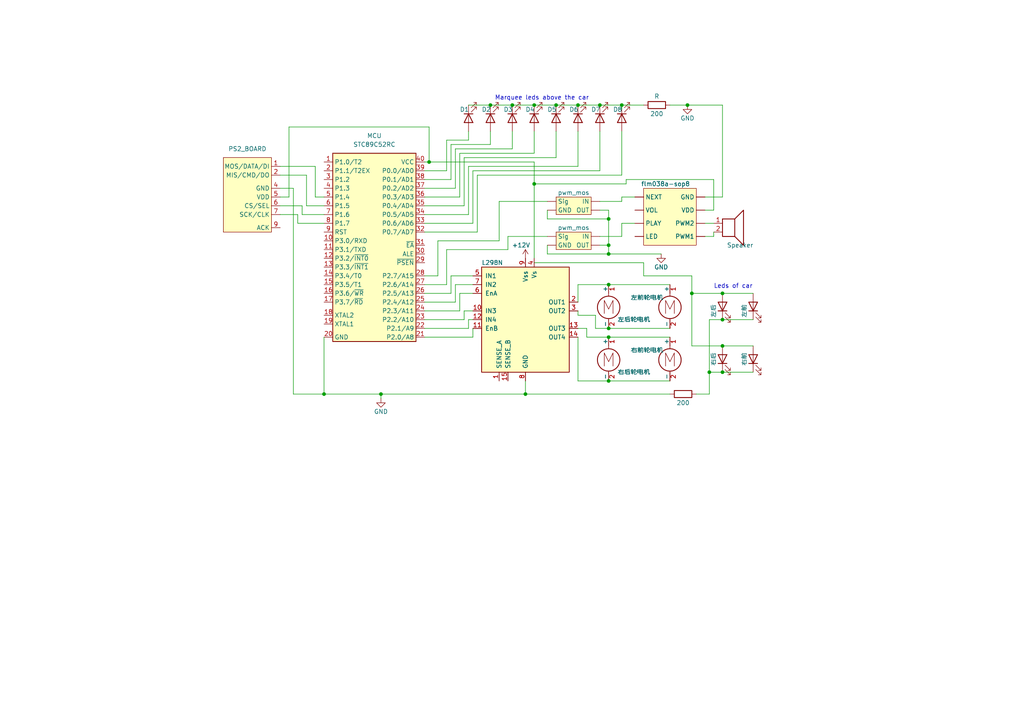
<source format=kicad_sch>
(kicad_sch (version 20211123) (generator eeschema)
  (paper "A4")
  (lib_symbols
    (symbol "Audio:flm038a-sop8"
      (property "Reference" "U" (at 0 0 0))
      (property "Value" "flm038a-sop8" (at -1.27 -1.27 0))
      (symbol "flm038a-sop8_0_1"
        (rectangle (start -7.62 19.05) (end 7.62 2.54) (fill (type background)))
      )
      (symbol "flm038a-sop8_1_1"
        (pin bidirectional line (at 10.16 16.51 180) (length 2.54) (name "GND") (number ""))
        (pin bidirectional line (at -10.16 5.08 0) (length 2.54) (name "LED") (number ""))
        (pin bidirectional line (at -10.16 16.51 0) (length 2.54) (name "NEXT") (number ""))
        (pin bidirectional line (at -10.16 8.89 0) (length 2.54) (name "PLAY") (number ""))
        (pin bidirectional line (at 10.16 5.08 180) (length 2.54) (name "PWM1") (number ""))
        (pin bidirectional line (at 10.16 8.89 180) (length 2.54) (name "PWM2") (number ""))
        (pin bidirectional line (at 10.16 12.7 180) (length 2.54) (name "VDD") (number ""))
        (pin bidirectional line (at -10.16 12.7 0) (length 2.54) (name "VOL") (number ""))
      )
    )
    (symbol "Device:LED" (pin_numbers hide) (pin_names (offset 1.016) hide)
      (property "Reference" "D" (at 0 2.54 0))
      (property "Value" "LED" (at 0 -2.54 0))
      (symbol "LED_0_1"
        (polyline (pts (xy -1.27 -1.27) (xy -1.27 1.27)) (stroke (width 0.254)))
        (polyline (pts (xy -1.27 0) (xy 1.27 0)))
        (polyline (pts (xy 1.27 -1.27) (xy 1.27 1.27) (xy -1.27 0) (xy 1.27 -1.27)) (stroke (width 0.254)))
        (polyline (pts (xy -3.048 -0.762) (xy -4.572 -2.286) (xy -3.81 -2.286) (xy -4.572 -2.286) (xy -4.572 -1.524)))
        (polyline (pts (xy -1.778 -0.762) (xy -3.302 -2.286) (xy -2.54 -2.286) (xy -3.302 -2.286) (xy -3.302 -1.524)))
      )
      (symbol "LED_1_1"
        (pin passive line (at -3.81 0 0) (length 2.54) (name "K") (number "1"))
        (pin passive line (at 3.81 0 180) (length 2.54) (name "A") (number "2"))
      )
    )
    (symbol "Device:PS2_BOARD"
      (property "Reference" "U" (at 0 -1.27 0))
      (property "Value" "PS2_BOARD" (at 1.27 -2.54 0))
      (symbol "PS2_BOARD_0_1"
        (rectangle (start -7.62 21.59) (end 6.35 0) (fill (type background)))
      )
      (symbol "PS2_BOARD_1_1"
        (pin bidirectional line (at 8.89 19.05 180) (length 2.54) (name "MOS/DATA/DI") (number "1"))
        (pin bidirectional line (at 8.89 16.51 180) (length 2.54) (name "MIS/CMD/DO") (number "2"))
        (pin bidirectional line (at 8.89 12.7 180) (length 2.54) (name "GND") (number "4"))
        (pin bidirectional line (at 8.89 10.16 180) (length 2.54) (name "VDD") (number "5"))
        (pin bidirectional line (at 8.89 7.62 180) (length 2.54) (name "CS/SEL") (number "6"))
        (pin bidirectional line (at 8.89 5.08 180) (length 2.54) (name "SCK/CLK") (number "7"))
        (pin bidirectional line (at 8.89 1.27 180) (length 2.54) (name "ACK") (number "9"))
      )
    )
    (symbol "Device:R" (pin_numbers hide) (pin_names (offset 0))
      (property "Reference" "R" (at 2.032 0 90))
      (property "Value" "R" (at 0 0 90))
      (symbol "R_0_1"
        (rectangle (start -1.016 -2.54) (end 1.016 2.54) (stroke (width 0.254)))
      )
      (symbol "R_1_1"
        (pin passive line (at 0 3.81 270) (length 1.27) (name "~") (number "1"))
        (pin passive line (at 0 -3.81 90) (length 1.27) (name "~") (number "2"))
      )
    )
    (symbol "Device:Speaker" (pin_names (offset 0) hide)
      (property "Reference" "LS" (at 1.27 5.715 0))
      (property "Value" "Speaker" (at 1.27 3.81 0))
      (symbol "Speaker_0_0"
        (rectangle (start -2.54 1.27) (end 1.016 -3.81) (stroke (width 0.254)))
        (polyline (pts (xy 1.016 1.27) (xy 3.556 3.81) (xy 3.556 -6.35) (xy 1.016 -3.81)) (stroke (width 0.254)))
      )
      (symbol "Speaker_1_1"
        (pin input line (at -5.08 0 0) (length 2.54) (name "1") (number "1"))
        (pin input line (at -5.08 -2.54 0) (length 2.54) (name "2") (number "2"))
      )
    )
    (symbol "Driver_Motor:L298N" (pin_names (offset 1.016))
      (property "Reference" "U" (at -10.16 16.51 0))
      (property "Value" "L298N" (at 12.7 16.51 0))
      (symbol "L298N_0_1"
        (rectangle (start -12.7 15.24) (end 12.7 -15.24) (stroke (width 0.254)) (fill (type background)))
      )
      (symbol "L298N_1_1"
        (pin power_in line (at -7.62 -17.78 90) (length 2.54) (name "SENSE_A") (number "1"))
        (pin input line (at -15.24 2.54 0) (length 2.54) (name "IN3") (number "10"))
        (pin input line (at -15.24 -2.54 0) (length 2.54) (name "EnB") (number "11"))
        (pin input line (at -15.24 0 0) (length 2.54) (name "IN4") (number "12"))
        (pin output line (at 15.24 -2.54 180) (length 2.54) (name "OUT3") (number "13"))
        (pin output line (at 15.24 -5.08 180) (length 2.54) (name "OUT4") (number "14"))
        (pin power_in line (at -5.08 -17.78 90) (length 2.54) (name "SENSE_B") (number "15"))
        (pin output line (at 15.24 5.08 180) (length 2.54) (name "OUT1") (number "2"))
        (pin output line (at 15.24 2.54 180) (length 2.54) (name "OUT2") (number "3"))
        (pin power_in line (at 2.54 17.78 270) (length 2.54) (name "Vs") (number "4"))
        (pin input line (at -15.24 12.7 0) (length 2.54) (name "IN1") (number "5"))
        (pin input line (at -15.24 7.62 0) (length 2.54) (name "EnA") (number "6"))
        (pin input line (at -15.24 10.16 0) (length 2.54) (name "IN2") (number "7"))
        (pin power_in line (at 0 -17.78 90) (length 2.54) (name "GND") (number "8"))
        (pin power_in line (at 0 17.78 270) (length 2.54) (name "Vss") (number "9"))
      )
    )
    (symbol "MCU_SiliconLabs:C8052RC"
      (property "Reference" "U" (at -10.16 27.94 0))
      (property "Value" "C8052RC" (at 12.7 27.94 0))
      (symbol "C8052RC_0_1"
        (rectangle (start -13.97 25.4) (end 10.16 -29.21) (stroke (width 0.254)) (fill (type background)))
      )
      (symbol "C8052RC_1_1"
        (pin bidirectional line (at -16.51 22.86 0) (length 2.54) (name "P1.0/T2") (number "1"))
        (pin bidirectional line (at -16.51 0 0) (length 2.54) (name "P3.0/RXD") (number "10"))
        (pin bidirectional line (at -16.51 -2.54 0) (length 2.54) (name "P3.1/TXD") (number "11"))
        (pin bidirectional line (at -16.51 -5.08 0) (length 2.54) (name "P3.2/~{INT0}") (number "12"))
        (pin bidirectional line (at -16.51 -7.62 0) (length 2.54) (name "P3.3/~{INT1}") (number "13"))
        (pin bidirectional line (at -16.51 -10.16 0) (length 2.54) (name "P3.4/T0") (number "14"))
        (pin bidirectional line (at -16.51 -12.7 0) (length 2.54) (name "P3.5/T1") (number "15"))
        (pin bidirectional line (at -16.51 -15.24 0) (length 2.54) (name "P3.6/~{WR}") (number "16"))
        (pin bidirectional line (at -16.51 -17.78 0) (length 2.54) (name "P3.7/~{RD}") (number "17"))
        (pin bidirectional line (at -16.51 -21.59 0) (length 2.54) (name "XTAL2") (number "18"))
        (pin bidirectional line (at -16.51 -24.13 0) (length 2.54) (name "XTAL1") (number "19"))
        (pin bidirectional line (at -16.51 20.32 0) (length 2.54) (name "P1.1/T2EX") (number "2"))
        (pin output line (at -16.51 -27.94 0) (length 2.54) (name "GND") (number "20"))
        (pin bidirectional line (at 12.7 -27.94 180) (length 2.54) (name "P2.0/A8") (number "21"))
        (pin bidirectional line (at 12.7 -25.4 180) (length 2.54) (name "P2.1/A9") (number "22"))
        (pin bidirectional line (at 12.7 -22.86 180) (length 2.54) (name "P2.2/A10") (number "23"))
        (pin bidirectional line (at 12.7 -20.32 180) (length 2.54) (name "P2.3/A11") (number "24"))
        (pin bidirectional line (at 12.7 -17.78 180) (length 2.54) (name "P2.4/A12") (number "25"))
        (pin bidirectional line (at 12.7 -15.24 180) (length 2.54) (name "P2.5/A13") (number "26"))
        (pin bidirectional line (at 12.7 -12.7 180) (length 2.54) (name "P2.6/A14") (number "27"))
        (pin bidirectional line (at 12.7 -10.16 180) (length 2.54) (name "P2.7/A15") (number "28"))
        (pin bidirectional line (at 12.7 -6.35 180) (length 2.54) (name "~{PSEN}") (number "29"))
        (pin bidirectional line (at -16.51 17.78 0) (length 2.54) (name "P1.2") (number "3"))
        (pin bidirectional line (at 12.7 -3.81 180) (length 2.54) (name "ALE") (number "30"))
        (pin bidirectional line (at 12.7 -1.27 180) (length 2.54) (name "~{EA}") (number "31"))
        (pin bidirectional line (at 12.7 2.54 180) (length 2.54) (name "P0.7/AD7") (number "32"))
        (pin bidirectional line (at 12.7 5.08 180) (length 2.54) (name "P0.6/AD6") (number "33"))
        (pin bidirectional line (at 12.7 7.62 180) (length 2.54) (name "P0.5/AD5") (number "34"))
        (pin bidirectional line (at 12.7 10.16 180) (length 2.54) (name "P0.4/AD4") (number "35"))
        (pin bidirectional line (at 12.7 12.7 180) (length 2.54) (name "P0.3/AD3") (number "36"))
        (pin bidirectional line (at 12.7 15.24 180) (length 2.54) (name "P0.2/AD2") (number "37"))
        (pin bidirectional line (at 12.7 17.78 180) (length 2.54) (name "P0.1/AD1") (number "38"))
        (pin bidirectional line (at 12.7 20.32 180) (length 2.54) (name "P0.0/AD0") (number "39"))
        (pin bidirectional line (at -16.51 15.24 0) (length 2.54) (name "P1.3") (number "4"))
        (pin bidirectional line (at 12.7 22.86 180) (length 2.54) (name "VCC") (number "40"))
        (pin bidirectional line (at -16.51 12.7 0) (length 2.54) (name "P1.4") (number "5"))
        (pin bidirectional line (at -16.51 10.16 0) (length 2.54) (name "P1.5") (number "6"))
        (pin bidirectional line (at -16.51 7.62 0) (length 2.54) (name "P1.6") (number "7"))
        (pin bidirectional line (at -16.51 5.08 0) (length 2.54) (name "P1.7") (number "8"))
        (pin input line (at -16.51 2.54 0) (length 2.54) (name "RST") (number "9"))
      )
    )
    (symbol "Motor:Motor_DC" (pin_names (offset 0))
      (property "Reference" "M" (at 2.54 2.54 0))
      (property "Value" "Motor_DC" (at 2.54 -5.08 0))
      (symbol "Motor_DC_0_0"
        (polyline (pts (xy -1.27 -3.302) (xy -1.27 0.508) (xy 0 -2.032) (xy 1.27 0.508) (xy 1.27 -3.302)))
      )
      (symbol "Motor_DC_0_1"
        (circle (center 0 -1.524) (radius 3.2512) (stroke (width 0.254)))
        (polyline (pts (xy 0 -7.62) (xy 0 -7.112)))
        (polyline (pts (xy 0 -4.7752) (xy 0 -5.1816)))
        (polyline (pts (xy 0 1.7272) (xy 0 2.0828)))
        (polyline (pts (xy 0 2.032) (xy 0 2.54)))
      )
      (symbol "Motor_DC_1_1"
        (pin passive line (at 0 5.08 270) (length 2.54) (name "+") (number "1"))
        (pin passive line (at 0 -7.62 90) (length 2.54) (name "-") (number "2"))
      )
    )
    (symbol "Power_Management:pwm_mos"
      (property "Reference" "U" (at 0 -3.81 0))
      (property "Value" "pwm_mos" (at 0 -1.27 0))
      (symbol "pwm_mos_0_1"
        (rectangle (start -5.08 5.08) (end 5.08 0) (fill (type background)))
      )
      (symbol "pwm_mos_1_1"
        (pin bidirectional line (at -7.62 1.27 0) (length 2.54) (name "GND") (number ""))
        (pin bidirectional line (at 7.62 3.81 180) (length 2.54) (name "IN") (number ""))
        (pin bidirectional line (at 7.62 1.27 180) (length 2.54) (name "OUT") (number ""))
        (pin bidirectional line (at -7.62 3.81 0) (length 2.54) (name "Sig") (number ""))
      )
    )
    (symbol "power:+12V" (power) (pin_names (offset 0))
      (property "Value" "+12V" (at 0 3.556 0))
      (symbol "+12V_0_1"
        (polyline (pts (xy -0.762 1.27) (xy 0 2.54)))
        (polyline (pts (xy 0 0) (xy 0 2.54)))
        (polyline (pts (xy 0 2.54) (xy 0.762 1.27)))
      )
      (symbol "+12V_1_1"
        (pin power_in line (at 0 0 90) (length 0) hide (name "+12V") (number "1"))
      )
    )
    (symbol "power:GND" (power) (pin_names (offset 0))
      (property "Value" "GND" (at 0 -3.81 0))
      (symbol "GND_0_1"
        (polyline (pts (xy 0 0) (xy 0 -1.27) (xy 1.27 -1.27) (xy 0 -2.54) (xy -1.27 -1.27) (xy 0 -1.27)))
      )
      (symbol "GND_1_1"
        (pin power_in line (at 0 0 270) (length 0) hide (name "GND") (number "1"))
      )
    )
  )
  (junction (at 176.53 63.5))
  (junction (at 142.24 30.48))
  (junction (at 176.53 71.12))
  (junction (at 154.94 30.48))
  (junction (at 180.34 30.48))
  (junction (at 176.53 95.25))
  (junction (at 167.64 30.48))
  (junction (at 176.53 110.49))
  (junction (at 124.46 46.99))
  (junction (at 209.55 92.71))
  (junction (at 110.49 114.3))
  (junction (at 93.98 114.3))
  (junction (at 205.74 107.95))
  (junction (at 176.53 73.66))
  (junction (at 209.55 107.95))
  (junction (at 199.39 30.48))
  (junction (at 209.55 85.09))
  (junction (at 154.94 53.34))
  (junction (at 200.66 85.09))
  (junction (at 176.53 97.79))
  (junction (at 152.4 114.3))
  (junction (at 161.29 30.48))
  (junction (at 209.55 100.33))
  (junction (at 173.99 30.48))
  (junction (at 148.59 30.48))
  (junction (at 176.53 82.55))
  (wire (pts (xy 191.77 73.66) (xy 176.53 73.66)))
  (wire (pts (xy 152.4 114.3) (xy 110.49 114.3)))
  (wire (pts (xy 123.19 49.53) (xy 129.54 49.53)))
  (wire (pts (xy 181.61 52.07) (xy 207.01 52.07)))
  (wire (pts (xy 123.19 80.01) (xy 127 80.01)))
  (wire (pts (xy 167.64 87.63) (xy 167.64 82.55)))
  (wire (pts (xy 148.59 30.48) (xy 154.94 30.48)))
  (wire (pts (xy 86.36 62.23) (xy 86.36 64.77)))
  (wire (pts (xy 176.53 71.12) (xy 176.53 73.66)))
  (wire (pts (xy 123.19 54.61) (xy 132.08 54.61)))
  (wire (pts (xy 176.53 60.96) (xy 176.53 63.5)))
  (wire (pts (xy 133.35 44.45) (xy 154.94 44.45)))
  (wire (pts (xy 186.69 30.48) (xy 180.34 30.48)))
  (wire (pts (xy 186.69 80.01) (xy 200.66 80.01)))
  (wire (pts (xy 133.35 90.17) (xy 133.35 85.09)))
  (wire (pts (xy 180.34 57.15) (xy 184.15 57.15)))
  (wire (pts (xy 194.31 82.55) (xy 176.53 82.55)))
  (wire (pts (xy 158.75 60.96) (xy 158.75 63.5)))
  (wire (pts (xy 204.47 57.15) (xy 209.55 57.15)))
  (wire (pts (xy 205.74 114.3) (xy 205.74 107.95)))
  (wire (pts (xy 167.64 91.44) (xy 172.72 91.44)))
  (wire (pts (xy 152.4 114.3) (xy 152.4 110.49)))
  (wire (pts (xy 129.54 72.39) (xy 129.54 82.55)))
  (wire (pts (xy 81.28 59.69) (xy 87.63 59.69)))
  (wire (pts (xy 180.34 58.42) (xy 180.34 57.15)))
  (wire (pts (xy 124.46 46.99) (xy 123.19 46.99)))
  (wire (pts (xy 123.19 95.25) (xy 135.89 95.25)))
  (wire (pts (xy 134.62 92.71) (xy 134.62 90.17)))
  (wire (pts (xy 173.99 30.48) (xy 180.34 30.48)))
  (wire (pts (xy 205.74 107.95) (xy 205.74 92.71)))
  (wire (pts (xy 176.53 97.79) (xy 194.31 97.79)))
  (wire (pts (xy 129.54 49.53) (xy 129.54 40.64)))
  (wire (pts (xy 200.66 100.33) (xy 209.55 100.33)))
  (wire (pts (xy 123.19 82.55) (xy 129.54 82.55)))
  (wire (pts (xy 133.35 85.09) (xy 137.16 85.09)))
  (wire (pts (xy 130.81 41.91) (xy 142.24 41.91)))
  (wire (pts (xy 167.64 38.1) (xy 167.64 48.26)))
  (wire (pts (xy 132.08 43.18) (xy 148.59 43.18)))
  (wire (pts (xy 172.72 95.25) (xy 176.53 95.25)))
  (wire (pts (xy 93.98 97.79) (xy 93.98 114.3)))
  (wire (pts (xy 123.19 57.15) (xy 133.35 57.15)))
  (wire (pts (xy 201.93 114.3) (xy 205.74 114.3)))
  (wire (pts (xy 209.55 85.09) (xy 218.44 85.09)))
  (wire (pts (xy 85.09 54.61) (xy 85.09 114.3)))
  (wire (pts (xy 142.24 41.91) (xy 142.24 38.1)))
  (wire (pts (xy 132.08 87.63) (xy 132.08 82.55)))
  (wire (pts (xy 137.16 49.53) (xy 173.99 49.53)))
  (wire (pts (xy 135.89 92.71) (xy 137.16 92.71)))
  (wire (pts (xy 137.16 97.79) (xy 137.16 95.25)))
  (wire (pts (xy 132.08 54.61) (xy 132.08 43.18)))
  (wire (pts (xy 209.55 57.15) (xy 209.55 30.48)))
  (wire (pts (xy 176.53 110.49) (xy 194.31 110.49)))
  (wire (pts (xy 138.43 67.31) (xy 138.43 50.8)))
  (wire (pts (xy 135.89 30.48) (xy 142.24 30.48)))
  (wire (pts (xy 147.32 68.58) (xy 147.32 72.39)))
  (wire (pts (xy 134.62 45.72) (xy 161.29 45.72)))
  (wire (pts (xy 124.46 46.99) (xy 154.94 46.99)))
  (wire (pts (xy 173.99 38.1) (xy 173.99 49.53)))
  (wire (pts (xy 200.66 85.09) (xy 209.55 85.09)))
  (wire (pts (xy 207.01 68.58) (xy 207.01 67.31)))
  (wire (pts (xy 123.19 92.71) (xy 134.62 92.71)))
  (wire (pts (xy 135.89 40.64) (xy 135.89 38.1)))
  (wire (pts (xy 161.29 30.48) (xy 167.64 30.48)))
  (wire (pts (xy 180.34 68.58) (xy 180.34 64.77)))
  (wire (pts (xy 154.94 38.1) (xy 154.94 44.45)))
  (wire (pts (xy 176.53 95.25) (xy 194.31 95.25)))
  (wire (pts (xy 127 69.85) (xy 144.78 69.85)))
  (wire (pts (xy 167.64 90.17) (xy 167.64 91.44)))
  (wire (pts (xy 167.64 82.55) (xy 176.53 82.55)))
  (wire (pts (xy 205.74 107.95) (xy 209.55 107.95)))
  (wire (pts (xy 81.28 54.61) (xy 85.09 54.61)))
  (wire (pts (xy 123.19 52.07) (xy 130.81 52.07)))
  (wire (pts (xy 88.9 50.8) (xy 88.9 59.69)))
  (wire (pts (xy 154.94 46.99) (xy 154.94 53.34)))
  (wire (pts (xy 81.28 62.23) (xy 86.36 62.23)))
  (wire (pts (xy 138.43 50.8) (xy 180.34 50.8)))
  (wire (pts (xy 83.82 57.15) (xy 83.82 36.83)))
  (wire (pts (xy 87.63 62.23) (xy 93.98 62.23)))
  (wire (pts (xy 186.69 76.2) (xy 186.69 80.01)))
  (wire (pts (xy 180.34 38.1) (xy 180.34 50.8)))
  (wire (pts (xy 154.94 30.48) (xy 161.29 30.48)))
  (wire (pts (xy 158.75 68.58) (xy 147.32 68.58)))
  (wire (pts (xy 205.74 92.71) (xy 209.55 92.71)))
  (wire (pts (xy 93.98 114.3) (xy 110.49 114.3)))
  (wire (pts (xy 110.49 115.57) (xy 110.49 114.3)))
  (wire (pts (xy 135.89 48.26) (xy 167.64 48.26)))
  (wire (pts (xy 129.54 40.64) (xy 135.89 40.64)))
  (wire (pts (xy 173.99 71.12) (xy 176.53 71.12)))
  (wire (pts (xy 86.36 64.77) (xy 93.98 64.77)))
  (wire (pts (xy 83.82 36.83) (xy 124.46 36.83)))
  (wire (pts (xy 135.89 95.25) (xy 135.89 92.71)))
  (wire (pts (xy 85.09 114.3) (xy 93.98 114.3)))
  (wire (pts (xy 158.75 71.12) (xy 158.75 73.66)))
  (wire (pts (xy 81.28 50.8) (xy 88.9 50.8)))
  (wire (pts (xy 127 80.01) (xy 127 69.85)))
  (wire (pts (xy 209.55 100.33) (xy 218.44 100.33)))
  (wire (pts (xy 123.19 59.69) (xy 134.62 59.69)))
  (wire (pts (xy 81.28 48.26) (xy 91.44 48.26)))
  (wire (pts (xy 137.16 64.77) (xy 137.16 49.53)))
  (wire (pts (xy 144.78 58.42) (xy 158.75 58.42)))
  (wire (pts (xy 154.94 53.34) (xy 154.94 74.93)))
  (wire (pts (xy 170.18 97.79) (xy 176.53 97.79)))
  (wire (pts (xy 172.72 91.44) (xy 172.72 95.25)))
  (wire (pts (xy 158.75 73.66) (xy 176.53 73.66)))
  (wire (pts (xy 129.54 72.39) (xy 147.32 72.39)))
  (wire (pts (xy 134.62 90.17) (xy 137.16 90.17)))
  (wire (pts (xy 167.64 110.49) (xy 176.53 110.49)))
  (wire (pts (xy 200.66 85.09) (xy 200.66 100.33)))
  (wire (pts (xy 152.4 114.3) (xy 194.31 114.3)))
  (wire (pts (xy 170.18 95.25) (xy 170.18 97.79)))
  (wire (pts (xy 123.19 67.31) (xy 138.43 67.31)))
  (wire (pts (xy 124.46 36.83) (xy 124.46 46.99)))
  (wire (pts (xy 142.24 30.48) (xy 148.59 30.48)))
  (wire (pts (xy 148.59 38.1) (xy 148.59 43.18)))
  (wire (pts (xy 209.55 107.95) (xy 218.44 107.95)))
  (wire (pts (xy 181.61 53.34) (xy 154.94 53.34)))
  (wire (pts (xy 181.61 53.34) (xy 181.61 52.07)))
  (wire (pts (xy 87.63 59.69) (xy 87.63 62.23)))
  (wire (pts (xy 123.19 64.77) (xy 137.16 64.77)))
  (wire (pts (xy 194.31 30.48) (xy 199.39 30.48)))
  (wire (pts (xy 130.81 52.07) (xy 130.81 41.91)))
  (wire (pts (xy 180.34 68.58) (xy 173.99 68.58)))
  (wire (pts (xy 130.81 85.09) (xy 130.81 80.01)))
  (wire (pts (xy 200.66 80.01) (xy 200.66 85.09)))
  (wire (pts (xy 176.53 63.5) (xy 176.53 71.12)))
  (wire (pts (xy 207.01 64.77) (xy 204.47 64.77)))
  (wire (pts (xy 180.34 30.48) (xy 180.34 31.75)))
  (wire (pts (xy 132.08 82.55) (xy 137.16 82.55)))
  (wire (pts (xy 167.64 95.25) (xy 170.18 95.25)))
  (wire (pts (xy 173.99 58.42) (xy 180.34 58.42)))
  (wire (pts (xy 133.35 57.15) (xy 133.35 44.45)))
  (wire (pts (xy 123.19 85.09) (xy 130.81 85.09)))
  (wire (pts (xy 154.94 76.2) (xy 186.69 76.2)))
  (wire (pts (xy 167.64 97.79) (xy 167.64 110.49)))
  (wire (pts (xy 207.01 52.07) (xy 207.01 60.96)))
  (wire (pts (xy 130.81 80.01) (xy 137.16 80.01)))
  (wire (pts (xy 199.39 30.48) (xy 209.55 30.48)))
  (wire (pts (xy 134.62 59.69) (xy 134.62 45.72)))
  (wire (pts (xy 180.34 64.77) (xy 184.15 64.77)))
  (wire (pts (xy 91.44 48.26) (xy 91.44 57.15)))
  (wire (pts (xy 123.19 87.63) (xy 132.08 87.63)))
  (wire (pts (xy 81.28 57.15) (xy 83.82 57.15)))
  (wire (pts (xy 91.44 57.15) (xy 93.98 57.15)))
  (wire (pts (xy 173.99 60.96) (xy 176.53 60.96)))
  (wire (pts (xy 158.75 63.5) (xy 176.53 63.5)))
  (wire (pts (xy 204.47 60.96) (xy 207.01 60.96)))
  (wire (pts (xy 209.55 92.71) (xy 218.44 92.71)))
  (wire (pts (xy 123.19 97.79) (xy 137.16 97.79)))
  (wire (pts (xy 88.9 59.69) (xy 93.98 59.69)))
  (wire (pts (xy 161.29 38.1) (xy 161.29 45.72)))
  (wire (pts (xy 204.47 68.58) (xy 207.01 68.58)))
  (wire (pts (xy 123.19 62.23) (xy 135.89 62.23)))
  (wire (pts (xy 135.89 62.23) (xy 135.89 48.26)))
  (wire (pts (xy 123.19 90.17) (xy 133.35 90.17)))
  (wire (pts (xy 144.78 69.85) (xy 144.78 58.42)))
  (wire (pts (xy 167.64 30.48) (xy 173.99 30.48)))
  (text "Marquee leds above the car" (at 143.51 29.21 0) (effects (font (size 1.27 1.27)) (justify left bottom)))
  (text "Leds of car" (at 207.01 83.82 0) (effects (font (size 1.27 1.27)) (justify left bottom)))
  (symbol (lib_id "power:GND") (at 110.49 115.57 0) (unit 1)
    (property "Reference" "#PWR?" (effects hide))
    (property "Value" "GND" (at 110.49 119.38 0))
  )
  (symbol (lib_id "MCU_SiliconLabs:C8052RC") (at 110.49 69.85 0) (unit 1)
    (property "Reference" "MCU" (at 108.585 39.37 0))
    (property "Value" "STC89C52RC" (at 108.585 41.91 0))
    (property "Footprint" "Package_QFP:LQFP-32_7x7mm_P0.8mm" (effects hide))
    (property "Datasheet" "https://www.silabs.com/documents/public/data-sheets/C8051F38x.pdf" (effects hide))
  )
  (symbol (lib_id "Driver_Motor:L298N") (at 152.4 92.71 0) (unit 1)
    (property "Reference" "U?" (effects hide))
    (property "Value" "L298N" (at 139.7 76.2 0) (effects (justify left)))
    (property "Footprint" "Package_TO_SOT_THT:TO-220-15_P2.54x2.54mm_StaggerOdd_Lead4.58mm_Vertical" (effects hide))
    (property "Datasheet" "http://www.st.com/st-web-ui/static/active/en/resource/technical/document/datasheet/CD00000240.pdf" (effects hide))
  )
  (symbol (lib_id "Device:R") (at 198.12 114.3 90) (unit 1)
    (property "Reference" "R?" (effects hide))
    (property "Value" "200" (at 198.12 116.84 90))
  )
  (symbol (lib_id "Power_Management:pwm_mos") (at 166.37 62.23 0) (unit 1)
    (property "Reference" "U?" (effects hide))
    (property "Value" "pwm_mos" (at 166.37 55.88 0))
  )
  (symbol (lib_id "Device:LED") (at 154.94 34.29 90) (mirror x) (unit 1)
    (property "Reference" "D" (effects hide))
    (property "Value" "D4" (at 152.4 31.75 90) (effects (justify right)))
  )
  (symbol (lib_id "Motor:Motor_DC") (at 176.53 102.87 0) (unit 1)
    (property "Reference" "M?" (effects hide))
    (property "Value" "右后轮电机" (at 179.07 107.95 0) (effects (justify left)))
  )
  (symbol (lib_id "Device:LED") (at 218.44 104.14 90) (unit 1)
    (property "Reference" "D" (effects hide))
    (property "Value" "右前" (at 215.9 104.14 0))
  )
  (symbol (lib_id "Motor:Motor_DC") (at 194.31 102.87 0) (unit 1)
    (property "Reference" "M?" (effects hide))
    (property "Value" "右前轮电机" (at 182.88 101.6 0) (effects (justify left)))
  )
  (symbol (lib_id "Device:LED") (at 180.34 34.29 90) (mirror x) (unit 1)
    (property "Reference" "D" (effects hide))
    (property "Value" "D8" (at 177.8 31.75 90) (effects (justify right)))
  )
  (symbol (lib_id "power:GND") (at 199.39 30.48 0) (unit 1)
    (property "Reference" "#PWR?" (effects hide))
    (property "Value" "GND" (at 199.39 34.29 0))
  )
  (symbol (lib_id "Device:PS2_BOARD") (at 72.39 67.31 0) (unit 1)
    (property "Reference" "U?" (effects hide))
    (property "Value" "PS2_BOARD" (at 71.755 43.18 0))
  )
  (symbol (lib_id "Device:LED") (at 148.59 34.29 90) (mirror x) (unit 1)
    (property "Reference" "D" (effects hide))
    (property "Value" "D3" (at 146.05 31.75 90) (effects (justify right)))
  )
  (symbol (lib_id "Motor:Motor_DC") (at 194.31 87.63 0) (unit 1)
    (property "Reference" "M?" (effects hide))
    (property "Value" "左前轮电机" (at 182.88 86.36 0) (effects (justify left)))
  )
  (symbol (lib_id "power:+12V") (at 152.4 74.93 0) (unit 1)
    (property "Reference" "#PWR?" (effects hide))
    (property "Value" "+12V" (at 151.13 71.12 0))
  )
  (symbol (lib_id "Device:LED") (at 218.44 88.9 90) (unit 1)
    (property "Reference" "D" (effects hide))
    (property "Value" "左前" (at 215.9 90.17 0))
  )
  (symbol (lib_id "Device:LED") (at 209.55 88.9 90) (unit 1)
    (property "Reference" "D" (effects hide))
    (property "Value" "左后" (at 207.01 90.17 0))
  )
  (symbol (lib_id "Device:LED") (at 173.99 34.29 90) (mirror x) (unit 1)
    (property "Reference" "D" (effects hide))
    (property "Value" "D7" (at 171.45 31.75 90) (effects (justify right)))
  )
  (symbol (lib_id "Device:LED") (at 135.89 34.29 90) (mirror x) (unit 1)
    (property "Reference" "D" (effects hide))
    (property "Value" "D1" (at 133.35 31.75 90) (effects (justify right)))
  )
  (symbol (lib_id "Audio:flm038a-sop8") (at 194.31 73.66 0) (unit 1)
    (property "Reference" "U?" (effects hide))
    (property "Value" "flm038a-sop8" (at 193.04 53.34 0))
  )
  (symbol (lib_id "Device:LED") (at 142.24 34.29 90) (mirror x) (unit 1)
    (property "Reference" "D" (effects hide))
    (property "Value" "D2" (at 139.7 31.75 90) (effects (justify right)))
  )
  (symbol (lib_id "Device:Speaker") (at 212.09 64.77 0) (unit 1)
    (property "Reference" "LS?" (effects hide))
    (property "Value" "Speaker" (at 210.82 71.12 0) (effects (justify left)))
  )
  (symbol (lib_id "Device:LED") (at 161.29 34.29 90) (mirror x) (unit 1)
    (property "Reference" "D" (effects hide))
    (property "Value" "D5" (at 158.75 31.75 90) (effects (justify right)))
  )
  (symbol (lib_id "Motor:Motor_DC") (at 176.53 87.63 0) (unit 1)
    (property "Reference" "M?" (effects hide))
    (property "Value" "左后轮电机" (at 179.07 92.71 0) (effects (justify left)))
  )
  (symbol (lib_id "Device:LED") (at 209.55 104.14 90) (unit 1)
    (property "Reference" "D" (effects hide))
    (property "Value" "右后" (at 207.01 104.14 0))
  )
  (symbol (lib_id "Device:R") (at 190.5 30.48 270) (unit 1)
    (property "Reference" "R" (at 190.5 27.94 90))
    (property "Value" "200" (at 190.5 33.02 90))
  )
  (symbol (lib_id "power:GND") (at 191.77 73.66 0) (mirror y) (unit 1)
    (property "Reference" "#PWR?" (effects hide))
    (property "Value" "GND" (at 191.77 77.47 0))
  )
  (symbol (lib_id "Power_Management:pwm_mos") (at 166.37 72.39 0) (unit 1)
    (property "Reference" "U?" (effects hide))
    (property "Value" "pwm_mos" (at 166.37 66.04 0))
  )
  (symbol (lib_id "Device:LED") (at 167.64 34.29 90) (mirror x) (unit 1)
    (property "Reference" "D" (effects hide))
    (property "Value" "D6" (at 165.1 31.75 90) (effects (justify right)))
  )
)
</source>
